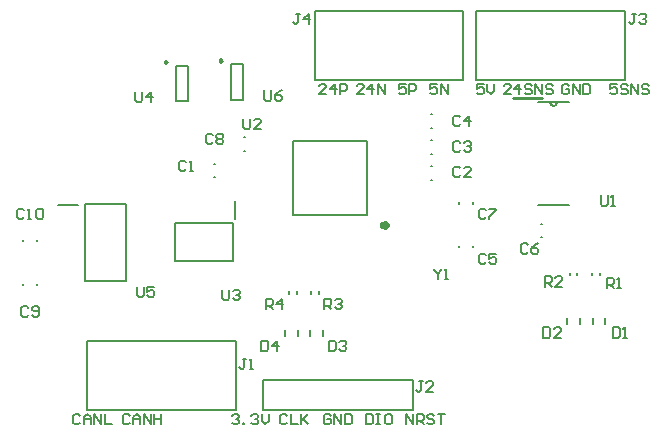
<source format=gto>
G04*
G04 #@! TF.GenerationSoftware,Altium Limited,Altium Designer,20.2.3 (150)*
G04*
G04 Layer_Color=65535*
%FSLAX25Y25*%
%MOIN*%
G70*
G04*
G04 #@! TF.SameCoordinates,5AD5DEB4-D25B-43D4-AA11-83956EA83F71*
G04*
G04*
G04 #@! TF.FilePolarity,Positive*
G04*
G01*
G75*
%ADD10C,0.01575*%
%ADD11C,0.00984*%
%ADD12C,0.00600*%
%ADD13C,0.00787*%
%ADD14C,0.01000*%
%ADD15C,0.00800*%
D10*
X412799Y295252D02*
X412255Y296001D01*
X411375Y295715D01*
Y294789D01*
X412255Y294503D01*
X412799Y295252D01*
D11*
X358079Y350087D02*
X357341Y350513D01*
Y349660D01*
X358079Y350087D01*
X339579Y349587D02*
X338841Y350013D01*
Y349160D01*
X339579Y349587D01*
D12*
X467300Y336200D02*
X467652Y335351D01*
X468500Y335000D01*
X469348Y335351D01*
X469700Y336200D01*
X463411Y301800D02*
X473589D01*
X463411Y336200D02*
X473589D01*
D13*
X355303Y315764D02*
X355697D01*
X355303Y311236D02*
X355697D01*
X441536Y302385D02*
Y302779D01*
X437009Y302385D02*
Y302779D01*
Y287802D02*
Y288195D01*
X441536Y287802D02*
Y288195D01*
X406402Y298598D02*
Y323402D01*
X381598D02*
X406402D01*
X381598Y298598D02*
Y323402D01*
Y298598D02*
X406402D01*
X427445Y314908D02*
X427839D01*
X427445Y310380D02*
X427839D01*
X365341Y319914D02*
X365735D01*
X365341Y324442D02*
X365735D01*
X427445Y323586D02*
X427839D01*
X427445Y319058D02*
X427839D01*
X427445Y332264D02*
X427839D01*
X427445Y327736D02*
X427839D01*
X361032Y348905D02*
X364968D01*
X361032Y337094D02*
X364968D01*
X361032D02*
Y348905D01*
X364968Y337094D02*
Y348905D01*
X303153Y301803D02*
X310043D01*
X312110Y276705D02*
Y302295D01*
Y276705D02*
X325890D01*
Y302295D01*
X312110D02*
X325890D01*
X291736Y275303D02*
Y275697D01*
X296264Y275303D02*
Y275697D01*
Y289887D02*
Y290281D01*
X291736Y289887D02*
Y290281D01*
X442658Y343500D02*
Y366500D01*
Y343500D02*
X492158D01*
Y366500D01*
X442658D02*
X492158D01*
X464303Y291236D02*
X464697D01*
X464303Y295764D02*
X464697D01*
X481575Y262331D02*
Y264299D01*
X485709Y262331D02*
Y264299D01*
X473075Y262394D02*
Y264362D01*
X477209Y262394D02*
Y264362D01*
X473862Y278635D02*
Y279422D01*
X476421Y278635D02*
Y279422D01*
X481220Y278606D02*
Y279394D01*
X483779Y278606D02*
Y279394D01*
X388815Y343500D02*
Y366500D01*
Y343500D02*
X438315D01*
Y366500D01*
X388815D02*
X438315D01*
X361646Y283201D02*
Y295799D01*
X342354Y283201D02*
X361646D01*
X342354D02*
Y295799D01*
X361646D01*
X362256Y297177D02*
Y303279D01*
X342531Y348406D02*
X346468D01*
X342531Y336595D02*
X346468D01*
X342531D02*
Y348406D01*
X346468Y336595D02*
Y348406D01*
X380362Y272387D02*
Y273174D01*
X382921Y272387D02*
Y273174D01*
X387572Y272387D02*
Y273174D01*
X390131Y272387D02*
Y273174D01*
X371500Y233500D02*
Y243500D01*
X421500D01*
X371500Y233500D02*
X421500D01*
Y243500D01*
X313000Y233500D02*
X362500D01*
X313000D02*
Y256500D01*
X362500D01*
Y233500D02*
Y256500D01*
X379075Y258394D02*
Y260362D01*
X383209Y258394D02*
Y260362D01*
X387359Y258394D02*
Y260362D01*
X391493Y258394D02*
Y260362D01*
D14*
X455000Y337500D02*
X464500D01*
D15*
X394133Y231716D02*
X393549Y232299D01*
X392383D01*
X391800Y231716D01*
Y229383D01*
X392383Y228800D01*
X393549D01*
X394133Y229383D01*
Y230549D01*
X392966D01*
X395299Y228800D02*
Y232299D01*
X397631Y228800D01*
Y232299D01*
X398798D02*
Y228800D01*
X400547D01*
X401130Y229383D01*
Y231716D01*
X400547Y232299D01*
X398798D01*
X361300Y231716D02*
X361883Y232299D01*
X363049D01*
X363633Y231716D01*
Y231133D01*
X363049Y230549D01*
X362466D01*
X363049D01*
X363633Y229966D01*
Y229383D01*
X363049Y228800D01*
X361883D01*
X361300Y229383D01*
X364799Y228800D02*
Y229383D01*
X365382D01*
Y228800D01*
X364799D01*
X367715Y231716D02*
X368298Y232299D01*
X369464D01*
X370047Y231716D01*
Y231133D01*
X369464Y230549D01*
X368881D01*
X369464D01*
X370047Y229966D01*
Y229383D01*
X369464Y228800D01*
X368298D01*
X367715Y229383D01*
X371214Y232299D02*
Y229966D01*
X372380Y228800D01*
X373546Y229966D01*
Y232299D01*
X489633Y342299D02*
X487300D01*
Y340549D01*
X488466Y341133D01*
X489049D01*
X489633Y340549D01*
Y339383D01*
X489049Y338800D01*
X487883D01*
X487300Y339383D01*
X493131Y341716D02*
X492548Y342299D01*
X491382D01*
X490799Y341716D01*
Y341133D01*
X491382Y340549D01*
X492548D01*
X493131Y339966D01*
Y339383D01*
X492548Y338800D01*
X491382D01*
X490799Y339383D01*
X494298Y338800D02*
Y342299D01*
X496630Y338800D01*
Y342299D01*
X500129Y341716D02*
X499546Y342299D01*
X498380D01*
X497797Y341716D01*
Y341133D01*
X498380Y340549D01*
X499546D01*
X500129Y339966D01*
Y339383D01*
X499546Y338800D01*
X498380D01*
X497797Y339383D01*
X473633Y341716D02*
X473049Y342299D01*
X471883D01*
X471300Y341716D01*
Y339383D01*
X471883Y338800D01*
X473049D01*
X473633Y339383D01*
Y340549D01*
X472466D01*
X474799Y338800D02*
Y342299D01*
X477132Y338800D01*
Y342299D01*
X478298D02*
Y338800D01*
X480047D01*
X480630Y339383D01*
Y341716D01*
X480047Y342299D01*
X478298D01*
X454133Y338800D02*
X451800D01*
X454133Y341133D01*
Y341716D01*
X453549Y342299D01*
X452383D01*
X451800Y341716D01*
X457048Y338800D02*
Y342299D01*
X455299Y340549D01*
X457631D01*
X461130Y341716D02*
X460547Y342299D01*
X459381D01*
X458798Y341716D01*
Y341133D01*
X459381Y340549D01*
X460547D01*
X461130Y339966D01*
Y339383D01*
X460547Y338800D01*
X459381D01*
X458798Y339383D01*
X462297Y338800D02*
Y342299D01*
X464629Y338800D01*
Y342299D01*
X468128Y341716D02*
X467545Y342299D01*
X466379D01*
X465796Y341716D01*
Y341133D01*
X466379Y340549D01*
X467545D01*
X468128Y339966D01*
Y339383D01*
X467545Y338800D01*
X466379D01*
X465796Y339383D01*
X445133Y342299D02*
X442800D01*
Y340549D01*
X443966Y341133D01*
X444549D01*
X445133Y340549D01*
Y339383D01*
X444549Y338800D01*
X443383D01*
X442800Y339383D01*
X446299Y342299D02*
Y339966D01*
X447465Y338800D01*
X448631Y339966D01*
Y342299D01*
X429633D02*
X427300D01*
Y340549D01*
X428466Y341133D01*
X429049D01*
X429633Y340549D01*
Y339383D01*
X429049Y338800D01*
X427883D01*
X427300Y339383D01*
X430799Y338800D02*
Y342299D01*
X433132Y338800D01*
Y342299D01*
X419133D02*
X416800D01*
Y340549D01*
X417966Y341133D01*
X418549D01*
X419133Y340549D01*
Y339383D01*
X418549Y338800D01*
X417383D01*
X416800Y339383D01*
X420299Y338800D02*
Y342299D01*
X422048D01*
X422632Y341716D01*
Y340549D01*
X422048Y339966D01*
X420299D01*
X405133Y338800D02*
X402800D01*
X405133Y341133D01*
Y341716D01*
X404549Y342299D01*
X403383D01*
X402800Y341716D01*
X408048Y338800D02*
Y342299D01*
X406299Y340549D01*
X408631D01*
X409798Y338800D02*
Y342299D01*
X412130Y338800D01*
Y342299D01*
X392633Y338800D02*
X390300D01*
X392633Y341133D01*
Y341716D01*
X392049Y342299D01*
X390883D01*
X390300Y341716D01*
X395548Y338800D02*
Y342299D01*
X393799Y340549D01*
X396131D01*
X397298Y338800D02*
Y342299D01*
X399047D01*
X399630Y341716D01*
Y340549D01*
X399047Y339966D01*
X397298D01*
X310633Y231716D02*
X310049Y232299D01*
X308883D01*
X308300Y231716D01*
Y229383D01*
X308883Y228800D01*
X310049D01*
X310633Y229383D01*
X311799Y228800D02*
Y231133D01*
X312965Y232299D01*
X314131Y231133D01*
Y228800D01*
Y230549D01*
X311799D01*
X315298Y228800D02*
Y232299D01*
X317630Y228800D01*
Y232299D01*
X318797D02*
Y228800D01*
X321129D01*
X327133Y231716D02*
X326549Y232299D01*
X325383D01*
X324800Y231716D01*
Y229383D01*
X325383Y228800D01*
X326549D01*
X327133Y229383D01*
X328299Y228800D02*
Y231133D01*
X329465Y232299D01*
X330631Y231133D01*
Y228800D01*
Y230549D01*
X328299D01*
X331798Y228800D02*
Y232299D01*
X334130Y228800D01*
Y232299D01*
X335297D02*
Y228800D01*
Y230549D01*
X337629D01*
Y232299D01*
Y228800D01*
X419300D02*
Y232299D01*
X421633Y228800D01*
Y232299D01*
X422799Y228800D02*
Y232299D01*
X424548D01*
X425132Y231716D01*
Y230549D01*
X424548Y229966D01*
X422799D01*
X423965D02*
X425132Y228800D01*
X428630Y231716D02*
X428047Y232299D01*
X426881D01*
X426298Y231716D01*
Y231133D01*
X426881Y230549D01*
X428047D01*
X428630Y229966D01*
Y229383D01*
X428047Y228800D01*
X426881D01*
X426298Y229383D01*
X429797Y232299D02*
X432129D01*
X430963D01*
Y228800D01*
X405800Y232299D02*
Y228800D01*
X407549D01*
X408133Y229383D01*
Y231716D01*
X407549Y232299D01*
X405800D01*
X409299D02*
X410465D01*
X409882D01*
Y228800D01*
X409299D01*
X410465D01*
X413964Y232299D02*
X412798D01*
X412215Y231716D01*
Y229383D01*
X412798Y228800D01*
X413964D01*
X414547Y229383D01*
Y231716D01*
X413964Y232299D01*
X379633Y231716D02*
X379049Y232299D01*
X377883D01*
X377300Y231716D01*
Y229383D01*
X377883Y228800D01*
X379049D01*
X379633Y229383D01*
X380799Y232299D02*
Y228800D01*
X383131D01*
X384298Y232299D02*
Y228800D01*
Y229966D01*
X386630Y232299D01*
X384881Y230549D01*
X386630Y228800D01*
X354917Y325166D02*
X354334Y325749D01*
X353167D01*
X352584Y325166D01*
Y322834D01*
X353167Y322251D01*
X354334D01*
X354917Y322834D01*
X356083Y325166D02*
X356666Y325749D01*
X357833D01*
X358416Y325166D01*
Y324583D01*
X357833Y324000D01*
X358416Y323417D01*
Y322834D01*
X357833Y322251D01*
X356666D01*
X356083Y322834D01*
Y323417D01*
X356666Y324000D01*
X356083Y324583D01*
Y325166D01*
X356666Y324000D02*
X357833D01*
X428667Y280749D02*
Y280166D01*
X429834Y279000D01*
X431000Y280166D01*
Y280749D01*
X429834Y279000D02*
Y277251D01*
X432166D02*
X433333D01*
X432749D01*
Y280749D01*
X432166Y280166D01*
X445917Y300166D02*
X445334Y300749D01*
X444167D01*
X443584Y300166D01*
Y297834D01*
X444167Y297251D01*
X445334D01*
X445917Y297834D01*
X447083Y300749D02*
X449416D01*
Y300166D01*
X447083Y297834D01*
Y297251D01*
X445917Y285166D02*
X445334Y285749D01*
X444167D01*
X443584Y285166D01*
Y282834D01*
X444167Y282251D01*
X445334D01*
X445917Y282834D01*
X449416Y285749D02*
X447083D01*
Y284000D01*
X448249Y284583D01*
X448833D01*
X449416Y284000D01*
Y282834D01*
X448833Y282251D01*
X447666D01*
X447083Y282834D01*
X346000Y316166D02*
X345417Y316749D01*
X344251D01*
X343667Y316166D01*
Y313834D01*
X344251Y313251D01*
X345417D01*
X346000Y313834D01*
X347166Y313251D02*
X348333D01*
X347749D01*
Y316749D01*
X347166Y316166D01*
X365084Y330749D02*
Y327834D01*
X365667Y327251D01*
X366834D01*
X367417Y327834D01*
Y330749D01*
X370916Y327251D02*
X368583D01*
X370916Y329583D01*
Y330166D01*
X370333Y330749D01*
X369166D01*
X368583Y330166D01*
X437417Y314166D02*
X436834Y314749D01*
X435667D01*
X435084Y314166D01*
Y311834D01*
X435667Y311251D01*
X436834D01*
X437417Y311834D01*
X440916Y311251D02*
X438583D01*
X440916Y313583D01*
Y314166D01*
X440333Y314749D01*
X439166D01*
X438583Y314166D01*
X437417Y322666D02*
X436834Y323249D01*
X435667D01*
X435084Y322666D01*
Y320334D01*
X435667Y319751D01*
X436834D01*
X437417Y320334D01*
X438583Y322666D02*
X439166Y323249D01*
X440333D01*
X440916Y322666D01*
Y322083D01*
X440333Y321500D01*
X439749D01*
X440333D01*
X440916Y320917D01*
Y320334D01*
X440333Y319751D01*
X439166D01*
X438583Y320334D01*
X437417Y331166D02*
X436834Y331749D01*
X435667D01*
X435084Y331166D01*
Y328834D01*
X435667Y328251D01*
X436834D01*
X437417Y328834D01*
X440333Y328251D02*
Y331749D01*
X438583Y330000D01*
X440916D01*
X372084Y340249D02*
Y337334D01*
X372667Y336751D01*
X373834D01*
X374417Y337334D01*
Y340249D01*
X377916D02*
X376749Y339666D01*
X375583Y338500D01*
Y337334D01*
X376166Y336751D01*
X377333D01*
X377916Y337334D01*
Y337917D01*
X377333Y338500D01*
X375583D01*
X329584Y274749D02*
Y271834D01*
X330167Y271251D01*
X331334D01*
X331917Y271834D01*
Y274749D01*
X335416D02*
X333083D01*
Y273000D01*
X334249Y273583D01*
X334833D01*
X335416Y273000D01*
Y271834D01*
X334833Y271251D01*
X333666D01*
X333083Y271834D01*
X293417Y267666D02*
X292834Y268249D01*
X291667D01*
X291084Y267666D01*
Y265334D01*
X291667Y264751D01*
X292834D01*
X293417Y265334D01*
X294583D02*
X295166Y264751D01*
X296333D01*
X296916Y265334D01*
Y267666D01*
X296333Y268249D01*
X295166D01*
X294583Y267666D01*
Y267083D01*
X295166Y266500D01*
X296916D01*
X291959Y300166D02*
X291376Y300749D01*
X290210D01*
X289626Y300166D01*
Y297834D01*
X290210Y297251D01*
X291376D01*
X291959Y297834D01*
X293125Y297251D02*
X294292D01*
X293708D01*
Y300749D01*
X293125Y300166D01*
X296041D02*
X296624Y300749D01*
X297790D01*
X298374Y300166D01*
Y297834D01*
X297790Y297251D01*
X296624D01*
X296041Y297834D01*
Y300166D01*
X484167Y305249D02*
Y302334D01*
X484751Y301751D01*
X485917D01*
X486500Y302334D01*
Y305249D01*
X487666Y301751D02*
X488833D01*
X488249D01*
Y305249D01*
X487666Y304666D01*
X495917Y365749D02*
X494751D01*
X495334D01*
Y362834D01*
X494751Y362251D01*
X494167D01*
X493584Y362834D01*
X497083Y365166D02*
X497666Y365749D01*
X498833D01*
X499416Y365166D01*
Y364583D01*
X498833Y364000D01*
X498249D01*
X498833D01*
X499416Y363417D01*
Y362834D01*
X498833Y362251D01*
X497666D01*
X497083Y362834D01*
X459917Y288666D02*
X459334Y289249D01*
X458167D01*
X457584Y288666D01*
Y286334D01*
X458167Y285751D01*
X459334D01*
X459917Y286334D01*
X463416Y289249D02*
X462249Y288666D01*
X461083Y287500D01*
Y286334D01*
X461666Y285751D01*
X462833D01*
X463416Y286334D01*
Y286917D01*
X462833Y287500D01*
X461083D01*
X488167Y261249D02*
Y257751D01*
X489917D01*
X490500Y258334D01*
Y260666D01*
X489917Y261249D01*
X488167D01*
X491666Y257751D02*
X492833D01*
X492249D01*
Y261249D01*
X491666Y260666D01*
X465084Y261249D02*
Y257751D01*
X466834D01*
X467417Y258334D01*
Y260666D01*
X466834Y261249D01*
X465084D01*
X470916Y257751D02*
X468583D01*
X470916Y260083D01*
Y260666D01*
X470333Y261249D01*
X469166D01*
X468583Y260666D01*
X465584Y274751D02*
Y278249D01*
X467334D01*
X467917Y277666D01*
Y276500D01*
X467334Y275917D01*
X465584D01*
X466751D02*
X467917Y274751D01*
X471416D02*
X469083D01*
X471416Y277083D01*
Y277666D01*
X470833Y278249D01*
X469666D01*
X469083Y277666D01*
X486167Y274251D02*
Y277749D01*
X487917D01*
X488500Y277166D01*
Y276000D01*
X487917Y275417D01*
X486167D01*
X487334D02*
X488500Y274251D01*
X489666D02*
X490833D01*
X490249D01*
Y277749D01*
X489666Y277166D01*
X383917Y365749D02*
X382751D01*
X383334D01*
Y362834D01*
X382751Y362251D01*
X382167D01*
X381584Y362834D01*
X386833Y362251D02*
Y365749D01*
X385083Y364000D01*
X387416D01*
X358084Y273749D02*
Y270834D01*
X358667Y270251D01*
X359834D01*
X360417Y270834D01*
Y273749D01*
X361583Y273166D02*
X362166Y273749D01*
X363333D01*
X363916Y273166D01*
Y272583D01*
X363333Y272000D01*
X362749D01*
X363333D01*
X363916Y271417D01*
Y270834D01*
X363333Y270251D01*
X362166D01*
X361583Y270834D01*
X329084Y339749D02*
Y336834D01*
X329667Y336251D01*
X330834D01*
X331417Y336834D01*
Y339749D01*
X334333Y336251D02*
Y339749D01*
X332583Y338000D01*
X334916D01*
X372584Y267251D02*
Y270749D01*
X374334D01*
X374917Y270166D01*
Y269000D01*
X374334Y268417D01*
X372584D01*
X373751D02*
X374917Y267251D01*
X377833D02*
Y270749D01*
X376083Y269000D01*
X378416D01*
X392084Y267251D02*
Y270749D01*
X393834D01*
X394417Y270166D01*
Y269000D01*
X393834Y268417D01*
X392084D01*
X393251D02*
X394417Y267251D01*
X395583Y270166D02*
X396166Y270749D01*
X397333D01*
X397916Y270166D01*
Y269583D01*
X397333Y269000D01*
X396749D01*
X397333D01*
X397916Y268417D01*
Y267834D01*
X397333Y267251D01*
X396166D01*
X395583Y267834D01*
X424917Y243249D02*
X423751D01*
X424334D01*
Y240334D01*
X423751Y239751D01*
X423167D01*
X422584Y240334D01*
X428416Y239751D02*
X426083D01*
X428416Y242083D01*
Y242666D01*
X427833Y243249D01*
X426666D01*
X426083Y242666D01*
X366000Y250749D02*
X364834D01*
X365417D01*
Y247834D01*
X364834Y247251D01*
X364251D01*
X363667Y247834D01*
X367166Y247251D02*
X368333D01*
X367749D01*
Y250749D01*
X367166Y250166D01*
X371084Y256749D02*
Y253251D01*
X372834D01*
X373417Y253834D01*
Y256166D01*
X372834Y256749D01*
X371084D01*
X376333Y253251D02*
Y256749D01*
X374583Y255000D01*
X376916D01*
X393584Y256749D02*
Y253251D01*
X395334D01*
X395917Y253834D01*
Y256166D01*
X395334Y256749D01*
X393584D01*
X397083Y256166D02*
X397666Y256749D01*
X398833D01*
X399416Y256166D01*
Y255583D01*
X398833Y255000D01*
X398249D01*
X398833D01*
X399416Y254417D01*
Y253834D01*
X398833Y253251D01*
X397666D01*
X397083Y253834D01*
M02*

</source>
